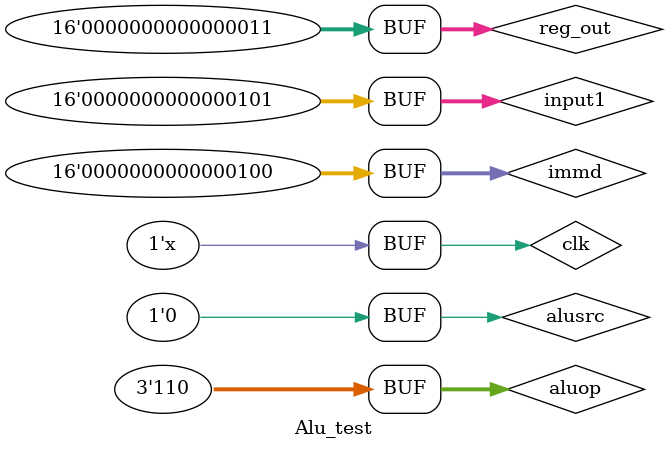
<source format=v>
`timescale 1ns / 1ps


module Alu_test;

	// Inputs
	reg [2:0] aluop;
	reg [15:0] input1;
	reg [15:0] immd;
	reg [15:0] reg_out;
	reg alusrc;
	reg clk;

	// Outputs
	wire [15:0] out;
	wire zero;

	// Instantiate the Unit Under Test (UUT)
	Alu uut (
		.out(out), 
		.aluop(aluop), 
		.input1(input1), 
		.zero(zero), 
		.immd(immd), 
		.reg_out(reg_out), 
		.alusrc(alusrc), 
		.clk(clk)
	);

	initial begin
		// Initialize Inputs
		aluop = 0;
		input1 = 0;
		immd = 0;
		reg_out = 0;
		alusrc = 0;
		clk = 0;

		// Wait 100 ns for global reset to finish
		#100;
		aluop = 4;
		input1 = 10;
		immd = 5;
		reg_out = 6;
		alusrc = 1; 
		#100;
		
		aluop = 6;
		input1 = 5;
		immd = 4;
		reg_out = 3;
		alusrc = 0;
		#100;
		
        
		// Add stimulus here

	end
	always #50 clk = ~clk;
      
endmodule


</source>
